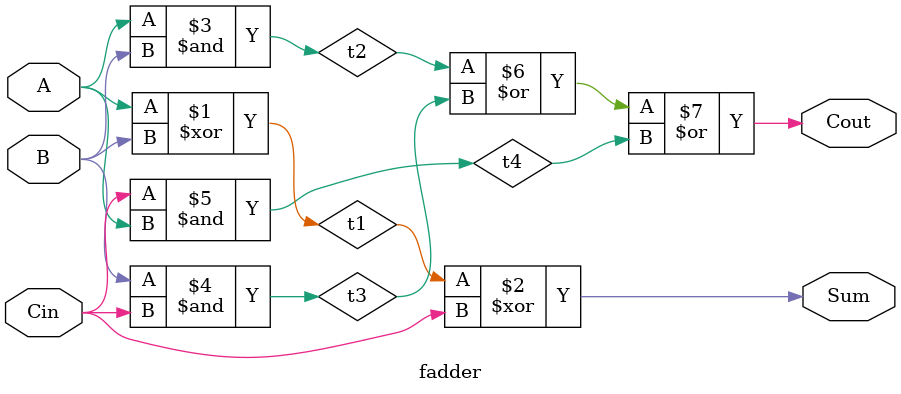
<source format=v>
`timescale 1ns / 1ps



module fadder (A, B, Cin, Sum, Cout);
    input A, B;
    input Cin;
    output Sum;
    output Cout;
    wire t1,t2,t3,t4;
  xor x1(t1,A,B);
  xor x2(Sum,t1,Cin);
  and g1(t2,A,B);
  and g2(t3,B,Cin);
  and g3(t4,Cin,A);
  or  g4(Cout,t2,t3,t4);  
endmodule


</source>
